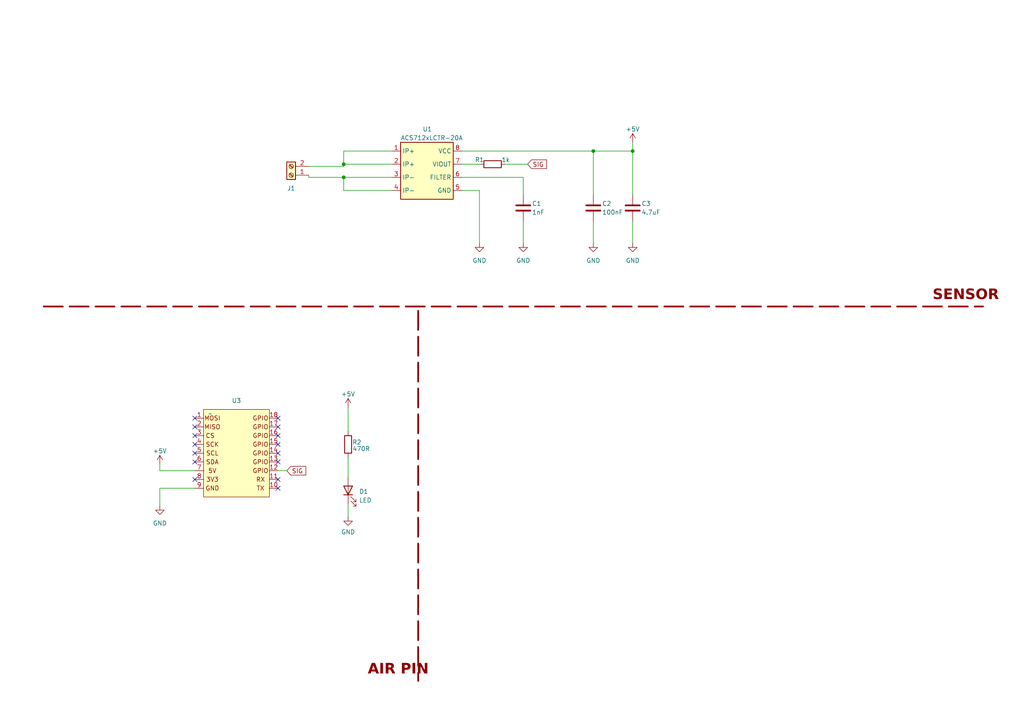
<source format=kicad_sch>
(kicad_sch (version 20230121) (generator eeschema)

  (uuid 14d4f04b-b467-4c9b-904a-315cdfd0e8d1)

  (paper "A4")

  (lib_symbols
    (symbol "Connector:Screw_Terminal_01x02" (pin_names (offset 1.016) hide) (in_bom yes) (on_board yes)
      (property "Reference" "J" (at 0 2.54 0)
        (effects (font (size 1.27 1.27)))
      )
      (property "Value" "Screw_Terminal_01x02" (at 0 -5.08 0)
        (effects (font (size 1.27 1.27)))
      )
      (property "Footprint" "" (at 0 0 0)
        (effects (font (size 1.27 1.27)) hide)
      )
      (property "Datasheet" "~" (at 0 0 0)
        (effects (font (size 1.27 1.27)) hide)
      )
      (property "ki_keywords" "screw terminal" (at 0 0 0)
        (effects (font (size 1.27 1.27)) hide)
      )
      (property "ki_description" "Generic screw terminal, single row, 01x02, script generated (kicad-library-utils/schlib/autogen/connector/)" (at 0 0 0)
        (effects (font (size 1.27 1.27)) hide)
      )
      (property "ki_fp_filters" "TerminalBlock*:*" (at 0 0 0)
        (effects (font (size 1.27 1.27)) hide)
      )
      (symbol "Screw_Terminal_01x02_1_1"
        (rectangle (start -1.27 1.27) (end 1.27 -3.81)
          (stroke (width 0.254) (type default))
          (fill (type background))
        )
        (circle (center 0 -2.54) (radius 0.635)
          (stroke (width 0.1524) (type default))
          (fill (type none))
        )
        (polyline
          (pts
            (xy -0.5334 -2.2098)
            (xy 0.3302 -3.048)
          )
          (stroke (width 0.1524) (type default))
          (fill (type none))
        )
        (polyline
          (pts
            (xy -0.5334 0.3302)
            (xy 0.3302 -0.508)
          )
          (stroke (width 0.1524) (type default))
          (fill (type none))
        )
        (polyline
          (pts
            (xy -0.3556 -2.032)
            (xy 0.508 -2.8702)
          )
          (stroke (width 0.1524) (type default))
          (fill (type none))
        )
        (polyline
          (pts
            (xy -0.3556 0.508)
            (xy 0.508 -0.3302)
          )
          (stroke (width 0.1524) (type default))
          (fill (type none))
        )
        (circle (center 0 0) (radius 0.635)
          (stroke (width 0.1524) (type default))
          (fill (type none))
        )
        (pin passive line (at -5.08 0 0) (length 3.81)
          (name "Pin_1" (effects (font (size 1.27 1.27))))
          (number "1" (effects (font (size 1.27 1.27))))
        )
        (pin passive line (at -5.08 -2.54 0) (length 3.81)
          (name "Pin_2" (effects (font (size 1.27 1.27))))
          (number "2" (effects (font (size 1.27 1.27))))
        )
      )
    )
    (symbol "Device:C" (pin_numbers hide) (pin_names (offset 0.254)) (in_bom yes) (on_board yes)
      (property "Reference" "C" (at 0.635 2.54 0)
        (effects (font (size 1.27 1.27)) (justify left))
      )
      (property "Value" "C" (at 0.635 -2.54 0)
        (effects (font (size 1.27 1.27)) (justify left))
      )
      (property "Footprint" "" (at 0.9652 -3.81 0)
        (effects (font (size 1.27 1.27)) hide)
      )
      (property "Datasheet" "~" (at 0 0 0)
        (effects (font (size 1.27 1.27)) hide)
      )
      (property "ki_keywords" "cap capacitor" (at 0 0 0)
        (effects (font (size 1.27 1.27)) hide)
      )
      (property "ki_description" "Unpolarized capacitor" (at 0 0 0)
        (effects (font (size 1.27 1.27)) hide)
      )
      (property "ki_fp_filters" "C_*" (at 0 0 0)
        (effects (font (size 1.27 1.27)) hide)
      )
      (symbol "C_0_1"
        (polyline
          (pts
            (xy -2.032 -0.762)
            (xy 2.032 -0.762)
          )
          (stroke (width 0.508) (type default))
          (fill (type none))
        )
        (polyline
          (pts
            (xy -2.032 0.762)
            (xy 2.032 0.762)
          )
          (stroke (width 0.508) (type default))
          (fill (type none))
        )
      )
      (symbol "C_1_1"
        (pin passive line (at 0 3.81 270) (length 2.794)
          (name "~" (effects (font (size 1.27 1.27))))
          (number "1" (effects (font (size 1.27 1.27))))
        )
        (pin passive line (at 0 -3.81 90) (length 2.794)
          (name "~" (effects (font (size 1.27 1.27))))
          (number "2" (effects (font (size 1.27 1.27))))
        )
      )
    )
    (symbol "Device:LED" (pin_numbers hide) (pin_names (offset 1.016) hide) (in_bom yes) (on_board yes)
      (property "Reference" "D" (at 0 2.54 0)
        (effects (font (size 1.27 1.27)))
      )
      (property "Value" "LED" (at 0 -2.54 0)
        (effects (font (size 1.27 1.27)))
      )
      (property "Footprint" "" (at 0 0 0)
        (effects (font (size 1.27 1.27)) hide)
      )
      (property "Datasheet" "~" (at 0 0 0)
        (effects (font (size 1.27 1.27)) hide)
      )
      (property "ki_keywords" "LED diode" (at 0 0 0)
        (effects (font (size 1.27 1.27)) hide)
      )
      (property "ki_description" "Light emitting diode" (at 0 0 0)
        (effects (font (size 1.27 1.27)) hide)
      )
      (property "ki_fp_filters" "LED* LED_SMD:* LED_THT:*" (at 0 0 0)
        (effects (font (size 1.27 1.27)) hide)
      )
      (symbol "LED_0_1"
        (polyline
          (pts
            (xy -1.27 -1.27)
            (xy -1.27 1.27)
          )
          (stroke (width 0.254) (type default))
          (fill (type none))
        )
        (polyline
          (pts
            (xy -1.27 0)
            (xy 1.27 0)
          )
          (stroke (width 0) (type default))
          (fill (type none))
        )
        (polyline
          (pts
            (xy 1.27 -1.27)
            (xy 1.27 1.27)
            (xy -1.27 0)
            (xy 1.27 -1.27)
          )
          (stroke (width 0.254) (type default))
          (fill (type none))
        )
        (polyline
          (pts
            (xy -3.048 -0.762)
            (xy -4.572 -2.286)
            (xy -3.81 -2.286)
            (xy -4.572 -2.286)
            (xy -4.572 -1.524)
          )
          (stroke (width 0) (type default))
          (fill (type none))
        )
        (polyline
          (pts
            (xy -1.778 -0.762)
            (xy -3.302 -2.286)
            (xy -2.54 -2.286)
            (xy -3.302 -2.286)
            (xy -3.302 -1.524)
          )
          (stroke (width 0) (type default))
          (fill (type none))
        )
      )
      (symbol "LED_1_1"
        (pin passive line (at -3.81 0 0) (length 2.54)
          (name "K" (effects (font (size 1.27 1.27))))
          (number "1" (effects (font (size 1.27 1.27))))
        )
        (pin passive line (at 3.81 0 180) (length 2.54)
          (name "A" (effects (font (size 1.27 1.27))))
          (number "2" (effects (font (size 1.27 1.27))))
        )
      )
    )
    (symbol "Device:R" (pin_numbers hide) (pin_names (offset 0)) (in_bom yes) (on_board yes)
      (property "Reference" "R" (at 2.032 0 90)
        (effects (font (size 1.27 1.27)))
      )
      (property "Value" "R" (at 0 0 90)
        (effects (font (size 1.27 1.27)))
      )
      (property "Footprint" "" (at -1.778 0 90)
        (effects (font (size 1.27 1.27)) hide)
      )
      (property "Datasheet" "~" (at 0 0 0)
        (effects (font (size 1.27 1.27)) hide)
      )
      (property "ki_keywords" "R res resistor" (at 0 0 0)
        (effects (font (size 1.27 1.27)) hide)
      )
      (property "ki_description" "Resistor" (at 0 0 0)
        (effects (font (size 1.27 1.27)) hide)
      )
      (property "ki_fp_filters" "R_*" (at 0 0 0)
        (effects (font (size 1.27 1.27)) hide)
      )
      (symbol "R_0_1"
        (rectangle (start -1.016 -2.54) (end 1.016 2.54)
          (stroke (width 0.254) (type default))
          (fill (type none))
        )
      )
      (symbol "R_1_1"
        (pin passive line (at 0 3.81 270) (length 1.27)
          (name "~" (effects (font (size 1.27 1.27))))
          (number "1" (effects (font (size 1.27 1.27))))
        )
        (pin passive line (at 0 -3.81 90) (length 1.27)
          (name "~" (effects (font (size 1.27 1.27))))
          (number "2" (effects (font (size 1.27 1.27))))
        )
      )
    )
    (symbol "Sensor_Current:ACS712xLCTR-20A" (in_bom yes) (on_board yes)
      (property "Reference" "U1" (at -1.27 11.43 0)
        (effects (font (size 1.27 1.27)) (justify left))
      )
      (property "Value" "ACS712xLCTR-20A" (at -7.62 8.89 0)
        (effects (font (size 1.27 1.27)) (justify left))
      )
      (property "Footprint" "Package_SO:SOIC-8_3.9x4.9mm_P1.27mm" (at 0 12.7 0)
        (effects (font (size 1.27 1.27) italic) (justify left) hide)
      )
      (property "Datasheet" "http://www.allegromicro.com/~/media/Files/Datasheets/ACS712-Datasheet.ashx?la=en" (at 0 12.7 0)
        (effects (font (size 1.27 1.27)) hide)
      )
      (property "ki_keywords" "hall effect current monitor sensor isolated" (at 0 0 0)
        (effects (font (size 1.27 1.27)) hide)
      )
      (property "ki_description" "±20A Bidirectional Hall-Effect Current Sensor, +5.0V supply, 100mV/A, SOIC-8" (at 0 0 0)
        (effects (font (size 1.27 1.27)) hide)
      )
      (property "ki_fp_filters" "SOIC*3.9x4.9m*P1.27mm*" (at 0 0 0)
        (effects (font (size 1.27 1.27)) hide)
      )
      (symbol "ACS712xLCTR-20A_0_1"
        (rectangle (start -7.62 7.62) (end 7.62 -8.89)
          (stroke (width 0.254) (type default))
          (fill (type background))
        )
      )
      (symbol "ACS712xLCTR-20A_1_1"
        (pin passive line (at -10.16 5.08 0) (length 2.54)
          (name "IP+" (effects (font (size 1.27 1.27))))
          (number "1" (effects (font (size 1.27 1.27))))
        )
        (pin passive line (at -10.16 1.27 0) (length 2.54)
          (name "IP+" (effects (font (size 1.27 1.27))))
          (number "2" (effects (font (size 1.27 1.27))))
        )
        (pin passive line (at -10.16 -2.54 0) (length 2.54)
          (name "IP-" (effects (font (size 1.27 1.27))))
          (number "3" (effects (font (size 1.27 1.27))))
        )
        (pin passive line (at -10.16 -6.35 0) (length 2.54)
          (name "IP-" (effects (font (size 1.27 1.27))))
          (number "4" (effects (font (size 1.27 1.27))))
        )
        (pin power_in line (at 10.16 -6.35 180) (length 2.54)
          (name "GND" (effects (font (size 1.27 1.27))))
          (number "5" (effects (font (size 1.27 1.27))))
        )
        (pin passive line (at 10.16 -2.54 180) (length 2.54)
          (name "FILTER" (effects (font (size 1.27 1.27))))
          (number "6" (effects (font (size 1.27 1.27))))
        )
        (pin output line (at 10.16 1.27 180) (length 2.54)
          (name "VIOUT" (effects (font (size 1.27 1.27))))
          (number "7" (effects (font (size 1.27 1.27))))
        )
        (pin power_in line (at 10.16 5.08 180) (length 2.54)
          (name "VCC" (effects (font (size 1.27 1.27))))
          (number "8" (effects (font (size 1.27 1.27))))
        )
      )
    )
    (symbol "air_1" (in_bom yes) (on_board yes)
      (property "Reference" "U" (at 7.62 2.54 0)
        (effects (font (size 1.27 1.27)))
      )
      (property "Value" "" (at 0 0 0)
        (effects (font (size 1.27 1.27)))
      )
      (property "Footprint" "" (at 0 0 0)
        (effects (font (size 1.27 1.27)) hide)
      )
      (property "Datasheet" "" (at 0 0 0)
        (effects (font (size 1.27 1.27)) hide)
      )
      (symbol "air_1_1_1"
        (rectangle (start -1.905 1.27) (end 17.145 -24.13)
          (stroke (width 0) (type default))
          (fill (type background))
        )
        (text "3V3" (at 0.635 -19.05 0)
          (effects (font (size 1.27 1.27)))
        )
        (text "5V" (at 0.635 -16.51 0)
          (effects (font (size 1.27 1.27)))
        )
        (text "CS" (at 0 -6.35 0)
          (effects (font (size 1.27 1.27)))
        )
        (text "GND" (at 0.635 -21.59 0)
          (effects (font (size 1.27 1.27)))
        )
        (text "GPIO" (at 14.605 -16.51 0)
          (effects (font (size 1.27 1.27)))
        )
        (text "GPIO" (at 14.605 -13.97 0)
          (effects (font (size 1.27 1.27)))
        )
        (text "GPIO" (at 14.605 -11.43 0)
          (effects (font (size 1.27 1.27)))
        )
        (text "GPIO" (at 14.605 -8.89 0)
          (effects (font (size 1.27 1.27)))
        )
        (text "GPIO" (at 14.605 -6.35 0)
          (effects (font (size 1.27 1.27)))
        )
        (text "GPIO" (at 14.605 -3.81 0)
          (effects (font (size 1.27 1.27)))
        )
        (text "GPIO" (at 14.605 -1.27 0)
          (effects (font (size 1.27 1.27)))
        )
        (text "MISO" (at 0.635 -3.81 0)
          (effects (font (size 1.27 1.27)))
        )
        (text "MOSI" (at 0.635 -1.27 0)
          (effects (font (size 1.27 1.27)))
        )
        (text "RX" (at 14.605 -19.05 0)
          (effects (font (size 1.27 1.27)))
        )
        (text "SCK" (at 0.635 -8.89 0)
          (effects (font (size 1.27 1.27)))
        )
        (text "SCL" (at 0.635 -11.43 0)
          (effects (font (size 1.27 1.27)))
        )
        (text "SDA" (at 0.635 -13.97 0)
          (effects (font (size 1.27 1.27)))
        )
        (text "TX" (at 14.605 -21.59 0)
          (effects (font (size 1.27 1.27)))
        )
        (pin input line (at -4.445 -1.27 0) (length 2.54)
          (name "" (effects (font (size 1.27 1.27))))
          (number "1" (effects (font (size 1.27 1.27))))
        )
        (pin input line (at 19.685 -21.59 180) (length 2.54)
          (name "" (effects (font (size 1.27 1.27))))
          (number "10" (effects (font (size 1.27 1.27))))
        )
        (pin input line (at 19.685 -19.05 180) (length 2.54)
          (name "" (effects (font (size 1.27 1.27))))
          (number "11" (effects (font (size 1.27 1.27))))
        )
        (pin input line (at 19.685 -16.51 180) (length 2.54)
          (name "" (effects (font (size 1.27 1.27))))
          (number "12" (effects (font (size 1.27 1.27))))
        )
        (pin input line (at 19.685 -13.97 180) (length 2.54)
          (name "" (effects (font (size 1.27 1.27))))
          (number "13" (effects (font (size 1.27 1.27))))
        )
        (pin input line (at 19.685 -11.43 180) (length 2.54)
          (name "" (effects (font (size 1.27 1.27))))
          (number "14" (effects (font (size 1.27 1.27))))
        )
        (pin input line (at 19.685 -8.89 180) (length 2.54)
          (name "" (effects (font (size 1.27 1.27))))
          (number "15" (effects (font (size 1.27 1.27))))
        )
        (pin input line (at 19.685 -6.35 180) (length 2.54)
          (name "" (effects (font (size 1.27 1.27))))
          (number "16" (effects (font (size 1.27 1.27))))
        )
        (pin input line (at 19.685 -3.81 180) (length 2.54)
          (name "" (effects (font (size 1.27 1.27))))
          (number "17" (effects (font (size 1.27 1.27))))
        )
        (pin input line (at 19.685 -1.27 180) (length 2.54)
          (name "" (effects (font (size 1.27 1.27))))
          (number "18" (effects (font (size 1.27 1.27))))
        )
        (pin input line (at -4.445 -3.81 0) (length 2.54)
          (name "" (effects (font (size 1.27 1.27))))
          (number "2" (effects (font (size 1.27 1.27))))
        )
        (pin input line (at -4.445 -6.35 0) (length 2.54)
          (name "" (effects (font (size 1.27 1.27))))
          (number "3" (effects (font (size 1.27 1.27))))
        )
        (pin input line (at -4.445 -8.89 0) (length 2.54)
          (name "" (effects (font (size 1.27 1.27))))
          (number "4" (effects (font (size 1.27 1.27))))
        )
        (pin input line (at -4.445 -11.43 0) (length 2.54)
          (name "" (effects (font (size 1.27 1.27))))
          (number "5" (effects (font (size 1.27 1.27))))
        )
        (pin input line (at -4.445 -13.97 0) (length 2.54)
          (name "" (effects (font (size 1.27 1.27))))
          (number "6" (effects (font (size 1.27 1.27))))
        )
        (pin input line (at -4.445 -16.51 0) (length 2.54)
          (name "" (effects (font (size 1.27 1.27))))
          (number "7" (effects (font (size 1.27 1.27))))
        )
        (pin input line (at -4.445 -19.05 0) (length 2.54)
          (name "" (effects (font (size 1.27 1.27))))
          (number "8" (effects (font (size 1.27 1.27))))
        )
        (pin input line (at -4.445 -21.59 0) (length 2.54)
          (name "" (effects (font (size 1.27 1.27))))
          (number "9" (effects (font (size 1.27 1.27))))
        )
      )
    )
    (symbol "power:+5V" (power) (pin_names (offset 0)) (in_bom yes) (on_board yes)
      (property "Reference" "#PWR" (at 0 -3.81 0)
        (effects (font (size 1.27 1.27)) hide)
      )
      (property "Value" "+5V" (at 0 3.556 0)
        (effects (font (size 1.27 1.27)))
      )
      (property "Footprint" "" (at 0 0 0)
        (effects (font (size 1.27 1.27)) hide)
      )
      (property "Datasheet" "" (at 0 0 0)
        (effects (font (size 1.27 1.27)) hide)
      )
      (property "ki_keywords" "global power" (at 0 0 0)
        (effects (font (size 1.27 1.27)) hide)
      )
      (property "ki_description" "Power symbol creates a global label with name \"+5V\"" (at 0 0 0)
        (effects (font (size 1.27 1.27)) hide)
      )
      (symbol "+5V_0_1"
        (polyline
          (pts
            (xy -0.762 1.27)
            (xy 0 2.54)
          )
          (stroke (width 0) (type default))
          (fill (type none))
        )
        (polyline
          (pts
            (xy 0 0)
            (xy 0 2.54)
          )
          (stroke (width 0) (type default))
          (fill (type none))
        )
        (polyline
          (pts
            (xy 0 2.54)
            (xy 0.762 1.27)
          )
          (stroke (width 0) (type default))
          (fill (type none))
        )
      )
      (symbol "+5V_1_1"
        (pin power_in line (at 0 0 90) (length 0) hide
          (name "+5V" (effects (font (size 1.27 1.27))))
          (number "1" (effects (font (size 1.27 1.27))))
        )
      )
    )
    (symbol "power:GND" (power) (pin_names (offset 0)) (in_bom yes) (on_board yes)
      (property "Reference" "#PWR" (at 0 -6.35 0)
        (effects (font (size 1.27 1.27)) hide)
      )
      (property "Value" "GND" (at 0 -3.81 0)
        (effects (font (size 1.27 1.27)))
      )
      (property "Footprint" "" (at 0 0 0)
        (effects (font (size 1.27 1.27)) hide)
      )
      (property "Datasheet" "" (at 0 0 0)
        (effects (font (size 1.27 1.27)) hide)
      )
      (property "ki_keywords" "global power" (at 0 0 0)
        (effects (font (size 1.27 1.27)) hide)
      )
      (property "ki_description" "Power symbol creates a global label with name \"GND\" , ground" (at 0 0 0)
        (effects (font (size 1.27 1.27)) hide)
      )
      (symbol "GND_0_1"
        (polyline
          (pts
            (xy 0 0)
            (xy 0 -1.27)
            (xy 1.27 -1.27)
            (xy 0 -2.54)
            (xy -1.27 -1.27)
            (xy 0 -1.27)
          )
          (stroke (width 0) (type default))
          (fill (type none))
        )
      )
      (symbol "GND_1_1"
        (pin power_in line (at 0 0 270) (length 0) hide
          (name "GND" (effects (font (size 1.27 1.27))))
          (number "1" (effects (font (size 1.27 1.27))))
        )
      )
    )
  )

  (junction (at 172.085 43.815) (diameter 0) (color 0 0 0 0)
    (uuid 232c6748-7390-476e-881f-c90cdf2217e2)
  )
  (junction (at 183.515 43.815) (diameter 0) (color 0 0 0 0)
    (uuid c722baa3-2afd-4f1d-ad0f-b8226a78660f)
  )
  (junction (at 99.695 51.435) (diameter 0) (color 0 0 0 0)
    (uuid dc906597-d842-43e2-a9dd-17e5f6fb3ea8)
  )
  (junction (at 99.695 47.625) (diameter 0) (color 0 0 0 0)
    (uuid fe3e3d62-8ed3-43f9-a2a6-94e2ac19d962)
  )

  (no_connect (at 56.515 126.365) (uuid 2434855c-b565-4b1b-a13c-8f6f37cef26b))
  (no_connect (at 80.645 123.825) (uuid 2b08cd14-c70a-4a11-b269-f9f682ad9272))
  (no_connect (at 80.645 139.065) (uuid 51460101-8f38-4c6e-b6cb-541a5f47c422))
  (no_connect (at 80.645 133.985) (uuid 56af130c-88d6-4ad0-a0e8-6b96373ab99d))
  (no_connect (at 56.515 128.905) (uuid 5870776f-8dcc-4021-bf6f-38b6a794d930))
  (no_connect (at 56.515 139.065) (uuid 8e346bc9-a0d3-448e-b829-1786c125c2c7))
  (no_connect (at 80.645 131.445) (uuid 95a6e228-ab2d-4adc-992e-1de814cc3cd2))
  (no_connect (at 80.645 126.365) (uuid 97801833-3385-4d4a-b134-e62abc02318f))
  (no_connect (at 56.515 123.825) (uuid 9b66c28f-a5ee-4ced-8943-d9ce1367406e))
  (no_connect (at 80.645 141.605) (uuid ba22c1f0-6837-4695-83a5-dc5133e37d4c))
  (no_connect (at 80.645 128.905) (uuid c03e5c16-0f52-4e25-8a12-a804e31b8cc4))
  (no_connect (at 56.515 131.445) (uuid cc7fda72-3801-4564-9b93-08da3e10261a))
  (no_connect (at 56.515 133.985) (uuid eb1418b0-3296-4918-ac2d-c1e0c40dbc53))
  (no_connect (at 56.515 121.285) (uuid eef35334-6672-47cd-9b9b-de64bf8deab3))
  (no_connect (at 80.645 121.285) (uuid f1664064-9f52-48ba-b753-55d053ac55af))

  (wire (pts (xy 89.535 48.26) (xy 99.695 48.26))
    (stroke (width 0) (type default))
    (uuid 05c27710-5f63-4119-bae1-82512d202cee)
  )
  (wire (pts (xy 172.085 43.815) (xy 172.085 56.515))
    (stroke (width 0) (type default))
    (uuid 07175108-86dc-4201-8112-09c44ef90154)
  )
  (wire (pts (xy 99.695 51.435) (xy 113.665 51.435))
    (stroke (width 0) (type default))
    (uuid 18a123da-1d05-4128-9374-80d63b4aafa9)
  )
  (wire (pts (xy 133.985 51.435) (xy 151.765 51.435))
    (stroke (width 0) (type default))
    (uuid 1a5f1b01-6ddf-4152-a3be-53e27053655c)
  )
  (wire (pts (xy 172.085 43.815) (xy 183.515 43.815))
    (stroke (width 0) (type default))
    (uuid 271aedfe-00ed-4d3f-89d3-c543b96189cf)
  )
  (wire (pts (xy 133.985 55.245) (xy 139.065 55.245))
    (stroke (width 0) (type default))
    (uuid 28916aad-9bff-496a-ac6e-6883d3f675a4)
  )
  (wire (pts (xy 46.355 141.605) (xy 56.515 141.605))
    (stroke (width 0) (type default))
    (uuid 2a58d5a4-ddbd-446e-aba4-b0d462629e37)
  )
  (wire (pts (xy 46.355 146.685) (xy 46.355 141.605))
    (stroke (width 0) (type default))
    (uuid 2d1c8f80-396b-4f28-b028-981fd849a652)
  )
  (wire (pts (xy 113.665 47.625) (xy 99.695 47.625))
    (stroke (width 0) (type default))
    (uuid 396219e3-8394-4433-be1e-ad9f86d24196)
  )
  (wire (pts (xy 99.695 43.815) (xy 99.695 47.625))
    (stroke (width 0) (type default))
    (uuid 46e4c707-ec26-46b7-b38e-3e4306571fb4)
  )
  (wire (pts (xy 99.695 51.435) (xy 99.695 55.245))
    (stroke (width 0) (type default))
    (uuid 5c4eee70-7458-4cd7-82d6-9ffa272f1ac0)
  )
  (wire (pts (xy 183.515 64.135) (xy 183.515 70.485))
    (stroke (width 0) (type default))
    (uuid 66449d75-d7c9-4ac1-8665-67eb32dccdf6)
  )
  (wire (pts (xy 133.985 47.625) (xy 139.065 47.625))
    (stroke (width 0) (type default))
    (uuid 6d9a83b2-22d8-489e-b4b2-abd607c05005)
  )
  (wire (pts (xy 99.695 55.245) (xy 113.665 55.245))
    (stroke (width 0) (type default))
    (uuid 70df9f04-52c2-4343-b5f7-57cd459df2ab)
  )
  (polyline (pts (xy 12.7 88.9) (xy 285.115 88.9))
    (stroke (width 0.5) (type dash) (color 132 0 0 1))
    (uuid 75ba1fed-bc4e-4c75-ad72-fe34382d3972)
  )

  (wire (pts (xy 89.535 51.435) (xy 99.695 51.435))
    (stroke (width 0) (type default))
    (uuid 7c72f84e-ef22-40eb-9f3c-cb0a75aafce3)
  )
  (wire (pts (xy 46.355 134.62) (xy 46.355 136.525))
    (stroke (width 0) (type default))
    (uuid 82600037-791c-4c8b-ad45-3aa12a172f36)
  )
  (wire (pts (xy 100.965 132.715) (xy 100.965 138.43))
    (stroke (width 0) (type default))
    (uuid 8b85744a-da93-446b-934c-0ce3d5a125ff)
  )
  (wire (pts (xy 113.665 43.815) (xy 99.695 43.815))
    (stroke (width 0) (type default))
    (uuid 93f81e59-bc8c-4078-9132-c41866deb808)
  )
  (polyline (pts (xy 121.285 90.17) (xy 121.285 197.485))
    (stroke (width 0.5) (type dash) (color 132 0 0 1))
    (uuid a129233f-67bb-4e5a-9a78-c13d109067a8)
  )

  (wire (pts (xy 146.685 47.625) (xy 153.035 47.625))
    (stroke (width 0) (type default))
    (uuid b143d9d8-16a5-49ee-afe1-537baaeab16c)
  )
  (wire (pts (xy 139.065 55.245) (xy 139.065 70.485))
    (stroke (width 0) (type default))
    (uuid b37ec787-190b-481d-a211-e645a033af7b)
  )
  (wire (pts (xy 100.965 118.11) (xy 100.965 125.095))
    (stroke (width 0) (type default))
    (uuid b5b09199-d02e-4fcf-a7b4-49f598b834a1)
  )
  (wire (pts (xy 183.515 41.275) (xy 183.515 43.815))
    (stroke (width 0) (type default))
    (uuid bcc2b464-7898-4a9a-8183-c55b7b235076)
  )
  (wire (pts (xy 80.645 136.525) (xy 83.185 136.525))
    (stroke (width 0) (type default))
    (uuid cbf540e4-4843-44ab-b773-116de9756341)
  )
  (wire (pts (xy 133.985 43.815) (xy 172.085 43.815))
    (stroke (width 0) (type default))
    (uuid da11f0d2-29d7-40a1-8635-08329957daa3)
  )
  (wire (pts (xy 89.535 51.435) (xy 89.535 50.8))
    (stroke (width 0) (type default))
    (uuid df6a8df8-a55b-438b-85d4-a31d28eef2b3)
  )
  (wire (pts (xy 151.765 64.135) (xy 151.765 70.485))
    (stroke (width 0) (type default))
    (uuid e6d061a4-7e4d-40b6-ab33-7633db054979)
  )
  (wire (pts (xy 183.515 43.815) (xy 183.515 56.515))
    (stroke (width 0) (type default))
    (uuid e9c467c6-cb8c-4f48-9879-b14ad002a28c)
  )
  (wire (pts (xy 172.085 64.135) (xy 172.085 70.485))
    (stroke (width 0) (type default))
    (uuid eca0f5bc-a273-45f0-a5cf-c5ef91990c90)
  )
  (wire (pts (xy 46.355 136.525) (xy 56.515 136.525))
    (stroke (width 0) (type default))
    (uuid f7181e87-22de-4c5f-be30-d7a504621945)
  )
  (wire (pts (xy 151.765 51.435) (xy 151.765 56.515))
    (stroke (width 0) (type default))
    (uuid fab1bf7b-ab0e-43fd-ade2-6c89b6966b06)
  )
  (wire (pts (xy 100.965 146.05) (xy 100.965 149.86))
    (stroke (width 0) (type default))
    (uuid fb88cb1e-e898-4924-8104-e5c1cae20de0)
  )
  (wire (pts (xy 99.695 47.625) (xy 99.695 48.26))
    (stroke (width 0) (type default))
    (uuid fc8d7b83-3835-44e6-8ffe-03a1beccaaef)
  )

  (text "SENSOR\n" (at 270.51 88.265 0)
    (effects (font (face "Calibri") (size 3 3) (thickness 0.254) bold (color 132 0 0 1)) (justify left bottom))
    (uuid ccdfd0a4-f34b-457f-a893-f4205c62b92c)
  )
  (text "AIR PIN\n" (at 106.68 196.85 0)
    (effects (font (face "Calibri") (size 3 3) (thickness 0.254) bold (color 132 0 0 1)) (justify left bottom))
    (uuid ed85abf2-9883-4402-8797-f5e065c9792e)
  )

  (global_label "SIG" (shape input) (at 153.035 47.625 0) (fields_autoplaced)
    (effects (font (size 1.27 1.27)) (justify left))
    (uuid 16c2d216-9efd-4904-8f0e-68db640df4ea)
    (property "Intersheetrefs" "${INTERSHEET_REFS}" (at 159.1045 47.625 0)
      (effects (font (size 1.27 1.27)) (justify left) hide)
    )
  )
  (global_label "SIG" (shape input) (at 83.185 136.525 0) (fields_autoplaced)
    (effects (font (size 1.27 1.27)) (justify left))
    (uuid 39f7386d-ab8e-424e-b3b4-c4ebe5e830dc)
    (property "Intersheetrefs" "${INTERSHEET_REFS}" (at 89.2545 136.525 0)
      (effects (font (size 1.27 1.27)) (justify left) hide)
    )
  )

  (symbol (lib_id "power:GND") (at 183.515 70.485 0) (unit 1)
    (in_bom yes) (on_board yes) (dnp no) (fields_autoplaced)
    (uuid 1a730e7d-8444-42ff-8fad-653c9d7f3b7c)
    (property "Reference" "#PWR04" (at 183.515 76.835 0)
      (effects (font (size 1.27 1.27)) hide)
    )
    (property "Value" "GND" (at 183.515 75.565 0)
      (effects (font (size 1.27 1.27)))
    )
    (property "Footprint" "" (at 183.515 70.485 0)
      (effects (font (size 1.27 1.27)) hide)
    )
    (property "Datasheet" "" (at 183.515 70.485 0)
      (effects (font (size 1.27 1.27)) hide)
    )
    (pin "1" (uuid 126635c5-3af9-4ece-b05f-371a53edf091))
    (instances
      (project "0021_Current_Module_ACS712"
        (path "/14d4f04b-b467-4c9b-904a-315cdfd0e8d1"
          (reference "#PWR04") (unit 1)
        )
      )
    )
  )

  (symbol (lib_id "power:GND") (at 139.065 70.485 0) (unit 1)
    (in_bom yes) (on_board yes) (dnp no) (fields_autoplaced)
    (uuid 321c5c58-b915-4454-b8f5-0d68957b727c)
    (property "Reference" "#PWR01" (at 139.065 76.835 0)
      (effects (font (size 1.27 1.27)) hide)
    )
    (property "Value" "GND" (at 139.065 75.565 0)
      (effects (font (size 1.27 1.27)))
    )
    (property "Footprint" "" (at 139.065 70.485 0)
      (effects (font (size 1.27 1.27)) hide)
    )
    (property "Datasheet" "" (at 139.065 70.485 0)
      (effects (font (size 1.27 1.27)) hide)
    )
    (pin "1" (uuid a84380c9-2cad-4d0f-88e2-f4ec8190e7b6))
    (instances
      (project "0021_Current_Module_ACS712"
        (path "/14d4f04b-b467-4c9b-904a-315cdfd0e8d1"
          (reference "#PWR01") (unit 1)
        )
      )
    )
  )

  (symbol (lib_id "Device:C") (at 172.085 60.325 0) (unit 1)
    (in_bom yes) (on_board yes) (dnp no)
    (uuid 39215e5a-d4e9-43fe-94ff-8eebd2c3846e)
    (property "Reference" "C2" (at 174.625 59.055 0)
      (effects (font (size 1.27 1.27)) (justify left))
    )
    (property "Value" "100nF" (at 174.625 61.595 0)
      (effects (font (size 1.27 1.27)) (justify left))
    )
    (property "Footprint" "Capacitor_SMD:C_0805_2012Metric" (at 173.0502 64.135 0)
      (effects (font (size 1.27 1.27)) hide)
    )
    (property "Datasheet" "~" (at 172.085 60.325 0)
      (effects (font (size 1.27 1.27)) hide)
    )
    (pin "1" (uuid 82b0bab4-b282-4603-b2e0-bc7c21171d6c))
    (pin "2" (uuid 727fd6a1-30b5-4108-b47a-249ae8bba8b1))
    (instances
      (project "0021_Current_Module_ACS712"
        (path "/14d4f04b-b467-4c9b-904a-315cdfd0e8d1"
          (reference "C2") (unit 1)
        )
      )
    )
  )

  (symbol (lib_id "Device:LED") (at 100.965 142.24 90) (unit 1)
    (in_bom yes) (on_board yes) (dnp no) (fields_autoplaced)
    (uuid 3fcdee2c-4040-489a-b990-4cb9121fc303)
    (property "Reference" "D1" (at 104.14 142.5575 90)
      (effects (font (size 1.27 1.27)) (justify right))
    )
    (property "Value" "LED" (at 104.14 145.0975 90)
      (effects (font (size 1.27 1.27)) (justify right))
    )
    (property "Footprint" "LED_SMD:LED_0805_2012Metric" (at 100.965 142.24 0)
      (effects (font (size 1.27 1.27)) hide)
    )
    (property "Datasheet" "~" (at 100.965 142.24 0)
      (effects (font (size 1.27 1.27)) hide)
    )
    (pin "1" (uuid d1d055bc-b7a2-4641-bb85-7a5d5b0ddb66))
    (pin "2" (uuid 1ecfae8a-df19-452e-8f9e-05360f0ca2a3))
    (instances
      (project "0021_Current_Module_ACS712"
        (path "/14d4f04b-b467-4c9b-904a-315cdfd0e8d1"
          (reference "D1") (unit 1)
        )
      )
    )
  )

  (symbol (lib_id "Device:R") (at 100.965 128.905 180) (unit 1)
    (in_bom yes) (on_board yes) (dnp no)
    (uuid 557b7950-35a5-4675-9c05-d1fff64e94c3)
    (property "Reference" "R2" (at 103.505 128.27 0)
      (effects (font (size 1.27 1.27)))
    )
    (property "Value" "470R" (at 104.775 130.175 0)
      (effects (font (size 1.27 1.27)))
    )
    (property "Footprint" "Resistor_SMD:R_0805_2012Metric" (at 102.743 128.905 90)
      (effects (font (size 1.27 1.27)) hide)
    )
    (property "Datasheet" "~" (at 100.965 128.905 0)
      (effects (font (size 1.27 1.27)) hide)
    )
    (pin "1" (uuid 96b59971-7e8d-447c-a57d-6fb38488544a))
    (pin "2" (uuid 5c2b4708-b230-4299-81f5-40810d4d70c5))
    (instances
      (project "0021_Current_Module_ACS712"
        (path "/14d4f04b-b467-4c9b-904a-315cdfd0e8d1"
          (reference "R2") (unit 1)
        )
      )
    )
  )

  (symbol (lib_name "air_1") (lib_id "moduler_pin:air") (at 60.96 120.015 0) (unit 1)
    (in_bom yes) (on_board yes) (dnp no) (fields_autoplaced)
    (uuid 59bb1d76-50e7-47d9-8719-12d0b9d2bf94)
    (property "Reference" "U3" (at 68.58 116.205 0)
      (effects (font (size 1.27 1.27)))
    )
    (property "Value" "~" (at 60.96 120.015 0)
      (effects (font (size 1.27 1.27)))
    )
    (property "Footprint" "Moduler_:pin_header" (at 60.96 120.015 0)
      (effects (font (size 1.27 1.27)) hide)
    )
    (property "Datasheet" "" (at 60.96 120.015 0)
      (effects (font (size 1.27 1.27)) hide)
    )
    (pin "1" (uuid 20981464-3758-43e1-9a71-fde35b8b2460))
    (pin "10" (uuid 31d4e33b-af6e-4664-9d20-b2294465fa0f))
    (pin "11" (uuid 3dc5c55e-35c2-4be6-964e-24069b53cf2c))
    (pin "12" (uuid ee0b37f5-7d55-4c95-97af-fe29bddb5aa4))
    (pin "13" (uuid ffe033b8-4185-486b-b281-d38775b8d847))
    (pin "14" (uuid bbf417d4-a2b6-4756-a00b-bfd77401353d))
    (pin "15" (uuid ddc3f182-f988-4de1-b7ee-e123ecf38499))
    (pin "16" (uuid 2544d7b4-5943-4d98-9cfc-9770006c0d46))
    (pin "17" (uuid ae916fa4-94d2-4795-b804-8289629608d0))
    (pin "18" (uuid ac0899d6-0bec-4f76-a9bc-c352dac84f92))
    (pin "2" (uuid 60e09408-57f0-461d-822d-a9091999028a))
    (pin "3" (uuid 2c980a16-5118-4da7-822f-b95dbf3cf9c8))
    (pin "4" (uuid 5166a204-876c-43cf-8cce-045f84a5a615))
    (pin "5" (uuid 4e0841c8-058a-4fec-ba7f-b28b29f44d83))
    (pin "6" (uuid 0e3b0613-e253-4de8-835c-3003d02404aa))
    (pin "7" (uuid f792d5e4-29f4-4553-ba9a-23fd9846e7e5))
    (pin "8" (uuid 2567ea99-9b6b-459f-bcd3-fe6c256e93e1))
    (pin "9" (uuid 9a518d11-c270-436d-9c32-ea1caf34534b))
    (instances
      (project "0021_Current_Module_ACS712"
        (path "/14d4f04b-b467-4c9b-904a-315cdfd0e8d1"
          (reference "U3") (unit 1)
        )
      )
    )
  )

  (symbol (lib_id "power:GND") (at 151.765 70.485 0) (unit 1)
    (in_bom yes) (on_board yes) (dnp no) (fields_autoplaced)
    (uuid 61652b4c-56a2-4337-a40a-b1125a552d28)
    (property "Reference" "#PWR02" (at 151.765 76.835 0)
      (effects (font (size 1.27 1.27)) hide)
    )
    (property "Value" "GND" (at 151.765 75.565 0)
      (effects (font (size 1.27 1.27)))
    )
    (property "Footprint" "" (at 151.765 70.485 0)
      (effects (font (size 1.27 1.27)) hide)
    )
    (property "Datasheet" "" (at 151.765 70.485 0)
      (effects (font (size 1.27 1.27)) hide)
    )
    (pin "1" (uuid 5d131dde-b3e3-4667-977a-9ae52ccd9f21))
    (instances
      (project "0021_Current_Module_ACS712"
        (path "/14d4f04b-b467-4c9b-904a-315cdfd0e8d1"
          (reference "#PWR02") (unit 1)
        )
      )
    )
  )

  (symbol (lib_id "Device:C") (at 151.765 60.325 0) (unit 1)
    (in_bom yes) (on_board yes) (dnp no)
    (uuid 61915fe3-53cb-4133-91bc-ceafff0082f5)
    (property "Reference" "C1" (at 154.305 59.055 0)
      (effects (font (size 1.27 1.27)) (justify left))
    )
    (property "Value" "1nF" (at 154.305 61.595 0)
      (effects (font (size 1.27 1.27)) (justify left))
    )
    (property "Footprint" "Capacitor_SMD:C_0805_2012Metric" (at 152.7302 64.135 0)
      (effects (font (size 1.27 1.27)) hide)
    )
    (property "Datasheet" "~" (at 151.765 60.325 0)
      (effects (font (size 1.27 1.27)) hide)
    )
    (pin "1" (uuid ec23db7e-47ee-4fe5-989a-7c4b99e74433))
    (pin "2" (uuid 0300e06c-85b4-4a0b-81ec-6574f407e131))
    (instances
      (project "0021_Current_Module_ACS712"
        (path "/14d4f04b-b467-4c9b-904a-315cdfd0e8d1"
          (reference "C1") (unit 1)
        )
      )
    )
  )

  (symbol (lib_id "power:GND") (at 172.085 70.485 0) (unit 1)
    (in_bom yes) (on_board yes) (dnp no) (fields_autoplaced)
    (uuid 6cfd600e-c8c8-4fce-adde-3bbe0e2a730c)
    (property "Reference" "#PWR03" (at 172.085 76.835 0)
      (effects (font (size 1.27 1.27)) hide)
    )
    (property "Value" "GND" (at 172.085 75.565 0)
      (effects (font (size 1.27 1.27)))
    )
    (property "Footprint" "" (at 172.085 70.485 0)
      (effects (font (size 1.27 1.27)) hide)
    )
    (property "Datasheet" "" (at 172.085 70.485 0)
      (effects (font (size 1.27 1.27)) hide)
    )
    (pin "1" (uuid 0a58a8a6-1938-45b7-82cb-9714dee3df98))
    (instances
      (project "0021_Current_Module_ACS712"
        (path "/14d4f04b-b467-4c9b-904a-315cdfd0e8d1"
          (reference "#PWR03") (unit 1)
        )
      )
    )
  )

  (symbol (lib_id "power:+5V") (at 100.965 118.11 0) (unit 1)
    (in_bom yes) (on_board yes) (dnp no)
    (uuid 70103086-e68a-4325-bfb1-98a2de06fcbf)
    (property "Reference" "#PWR08" (at 100.965 121.92 0)
      (effects (font (size 1.27 1.27)) hide)
    )
    (property "Value" "+5V" (at 100.965 114.3 0)
      (effects (font (size 1.27 1.27)))
    )
    (property "Footprint" "" (at 100.965 118.11 0)
      (effects (font (size 1.27 1.27)) hide)
    )
    (property "Datasheet" "" (at 100.965 118.11 0)
      (effects (font (size 1.27 1.27)) hide)
    )
    (pin "1" (uuid 0a48a503-0014-401c-9500-46fc2aa54417))
    (instances
      (project "0021_Current_Module_ACS712"
        (path "/14d4f04b-b467-4c9b-904a-315cdfd0e8d1"
          (reference "#PWR08") (unit 1)
        )
      )
    )
  )

  (symbol (lib_id "Device:C") (at 183.515 60.325 0) (unit 1)
    (in_bom yes) (on_board yes) (dnp no)
    (uuid 8e910538-b0ee-4d4d-b7ff-bd5c4a4b3851)
    (property "Reference" "C3" (at 186.055 59.055 0)
      (effects (font (size 1.27 1.27)) (justify left))
    )
    (property "Value" "4.7uF" (at 186.055 61.595 0)
      (effects (font (size 1.27 1.27)) (justify left))
    )
    (property "Footprint" "Capacitor_SMD:C_0805_2012Metric" (at 184.4802 64.135 0)
      (effects (font (size 1.27 1.27)) hide)
    )
    (property "Datasheet" "~" (at 183.515 60.325 0)
      (effects (font (size 1.27 1.27)) hide)
    )
    (pin "1" (uuid 5aee4a30-a94c-4d09-9763-97ce321f88a9))
    (pin "2" (uuid 64b26dd8-dd63-4240-b901-9fbf272f0b13))
    (instances
      (project "0021_Current_Module_ACS712"
        (path "/14d4f04b-b467-4c9b-904a-315cdfd0e8d1"
          (reference "C3") (unit 1)
        )
      )
    )
  )

  (symbol (lib_id "Sensor_Current:ACS712xLCTR-20A") (at 123.825 48.895 0) (unit 1)
    (in_bom yes) (on_board yes) (dnp no) (fields_autoplaced)
    (uuid 9609670a-576b-4447-9452-94fbfa50555a)
    (property "Reference" "U1" (at 122.555 37.465 0)
      (effects (font (size 1.27 1.27)) (justify left))
    )
    (property "Value" "ACS712xLCTR-20A" (at 116.205 40.005 0)
      (effects (font (size 1.27 1.27)) (justify left))
    )
    (property "Footprint" "Package_SO:SOIC-8_3.9x4.9mm_P1.27mm" (at 123.825 36.195 0)
      (effects (font (size 1.27 1.27) italic) (justify left) hide)
    )
    (property "Datasheet" "http://www.allegromicro.com/~/media/Files/Datasheets/ACS712-Datasheet.ashx?la=en" (at 123.825 36.195 0)
      (effects (font (size 1.27 1.27)) hide)
    )
    (pin "1" (uuid 4c6fbb8f-a604-4131-9e95-7b88ee9ac1b0))
    (pin "2" (uuid 2ad754cc-6b0e-4df5-9150-40b214260b31))
    (pin "3" (uuid f0a1909e-c4eb-4e7b-a5fc-04ca97e96406))
    (pin "4" (uuid eda49f8b-580a-4cfe-aa0d-000261f5488b))
    (pin "5" (uuid 8f82139a-4bd8-4b62-aaf0-e666389e5584))
    (pin "6" (uuid 0312b5e7-232b-4423-aa7b-b7d43a1c2741))
    (pin "7" (uuid c3604279-ab1b-47c5-ad8f-ad8e7f2c332d))
    (pin "8" (uuid 3d9f1c41-84a0-4d48-a93d-9da32fa9b600))
    (instances
      (project "0021_Current_Module_ACS712"
        (path "/14d4f04b-b467-4c9b-904a-315cdfd0e8d1"
          (reference "U1") (unit 1)
        )
      )
    )
  )

  (symbol (lib_id "Device:R") (at 142.875 47.625 90) (unit 1)
    (in_bom yes) (on_board yes) (dnp no)
    (uuid a2d323a6-be03-42f1-8c99-d986106c9a18)
    (property "Reference" "R1" (at 139.065 46.355 90)
      (effects (font (size 1.27 1.27)))
    )
    (property "Value" "1k" (at 146.685 46.355 90)
      (effects (font (size 1.27 1.27)))
    )
    (property "Footprint" "Resistor_SMD:R_0805_2012Metric" (at 142.875 49.403 90)
      (effects (font (size 1.27 1.27)) hide)
    )
    (property "Datasheet" "~" (at 142.875 47.625 0)
      (effects (font (size 1.27 1.27)) hide)
    )
    (pin "1" (uuid 8eaf378d-f040-4738-bc1a-38440dac1217))
    (pin "2" (uuid 286c3185-27e6-45a4-8cb1-719b9fce42ba))
    (instances
      (project "0021_Current_Module_ACS712"
        (path "/14d4f04b-b467-4c9b-904a-315cdfd0e8d1"
          (reference "R1") (unit 1)
        )
      )
    )
  )

  (symbol (lib_id "power:GND") (at 100.965 149.86 0) (unit 1)
    (in_bom yes) (on_board yes) (dnp no)
    (uuid c01687fc-3f22-48f9-b273-a9b3e43e8959)
    (property "Reference" "#PWR09" (at 100.965 156.21 0)
      (effects (font (size 1.27 1.27)) hide)
    )
    (property "Value" "GND" (at 100.965 154.305 0)
      (effects (font (size 1.27 1.27)))
    )
    (property "Footprint" "" (at 100.965 149.86 0)
      (effects (font (size 1.27 1.27)) hide)
    )
    (property "Datasheet" "" (at 100.965 149.86 0)
      (effects (font (size 1.27 1.27)) hide)
    )
    (pin "1" (uuid c235acf0-ffdb-4561-acc1-d2e1d7f77d03))
    (instances
      (project "0021_Current_Module_ACS712"
        (path "/14d4f04b-b467-4c9b-904a-315cdfd0e8d1"
          (reference "#PWR09") (unit 1)
        )
      )
    )
  )

  (symbol (lib_id "power:+5V") (at 183.515 41.275 0) (unit 1)
    (in_bom yes) (on_board yes) (dnp no)
    (uuid d020584e-07aa-46a1-9a18-ce89f0d31123)
    (property "Reference" "#PWR05" (at 183.515 45.085 0)
      (effects (font (size 1.27 1.27)) hide)
    )
    (property "Value" "+5V" (at 183.515 37.465 0)
      (effects (font (size 1.27 1.27)))
    )
    (property "Footprint" "" (at 183.515 41.275 0)
      (effects (font (size 1.27 1.27)) hide)
    )
    (property "Datasheet" "" (at 183.515 41.275 0)
      (effects (font (size 1.27 1.27)) hide)
    )
    (pin "1" (uuid 5b3c5c83-e619-407e-aa7b-9e3594810e55))
    (instances
      (project "0021_Current_Module_ACS712"
        (path "/14d4f04b-b467-4c9b-904a-315cdfd0e8d1"
          (reference "#PWR05") (unit 1)
        )
      )
    )
  )

  (symbol (lib_id "Connector:Screw_Terminal_01x02") (at 84.455 50.8 180) (unit 1)
    (in_bom yes) (on_board yes) (dnp no)
    (uuid d97a8010-ecf5-4b0f-afea-f40beb0971bb)
    (property "Reference" "J1" (at 84.455 54.61 0)
      (effects (font (size 1.27 1.27)))
    )
    (property "Value" "Screw_Terminal_01x02" (at 84.455 54.61 0)
      (effects (font (size 1.27 1.27)) hide)
    )
    (property "Footprint" "barriyer:barriyer_7.62" (at 84.455 50.8 0)
      (effects (font (size 1.27 1.27)) hide)
    )
    (property "Datasheet" "~" (at 84.455 50.8 0)
      (effects (font (size 1.27 1.27)) hide)
    )
    (pin "1" (uuid 80e27521-ee8e-4020-8fdc-4e3167b0ea9e))
    (pin "2" (uuid 3cc14fdd-eff6-41e1-bbfe-1fbdca71b4c1))
    (instances
      (project "0021_Current_Module_ACS712"
        (path "/14d4f04b-b467-4c9b-904a-315cdfd0e8d1"
          (reference "J1") (unit 1)
        )
      )
    )
  )

  (symbol (lib_id "power:GND") (at 46.355 146.685 0) (unit 1)
    (in_bom yes) (on_board yes) (dnp no) (fields_autoplaced)
    (uuid da78a703-b63a-441e-a71c-3c585b4640ce)
    (property "Reference" "#PWR07" (at 46.355 153.035 0)
      (effects (font (size 1.27 1.27)) hide)
    )
    (property "Value" "GND" (at 46.355 151.765 0)
      (effects (font (size 1.27 1.27)))
    )
    (property "Footprint" "" (at 46.355 146.685 0)
      (effects (font (size 1.27 1.27)) hide)
    )
    (property "Datasheet" "" (at 46.355 146.685 0)
      (effects (font (size 1.27 1.27)) hide)
    )
    (pin "1" (uuid 118b5f06-4dd8-4b80-b2af-2d5b0781e54d))
    (instances
      (project "0021_Current_Module_ACS712"
        (path "/14d4f04b-b467-4c9b-904a-315cdfd0e8d1"
          (reference "#PWR07") (unit 1)
        )
      )
    )
  )

  (symbol (lib_id "power:+5V") (at 46.355 134.62 0) (unit 1)
    (in_bom yes) (on_board yes) (dnp no)
    (uuid f84a0bec-df38-43e1-99d6-1c0b2e89d3a7)
    (property "Reference" "#PWR06" (at 46.355 138.43 0)
      (effects (font (size 1.27 1.27)) hide)
    )
    (property "Value" "+5V" (at 46.355 130.81 0)
      (effects (font (size 1.27 1.27)))
    )
    (property "Footprint" "" (at 46.355 134.62 0)
      (effects (font (size 1.27 1.27)) hide)
    )
    (property "Datasheet" "" (at 46.355 134.62 0)
      (effects (font (size 1.27 1.27)) hide)
    )
    (pin "1" (uuid 6373709e-0850-4b75-b103-339e896b4b59))
    (instances
      (project "0021_Current_Module_ACS712"
        (path "/14d4f04b-b467-4c9b-904a-315cdfd0e8d1"
          (reference "#PWR06") (unit 1)
        )
      )
    )
  )

  (sheet_instances
    (path "/" (page "1"))
  )
)

</source>
